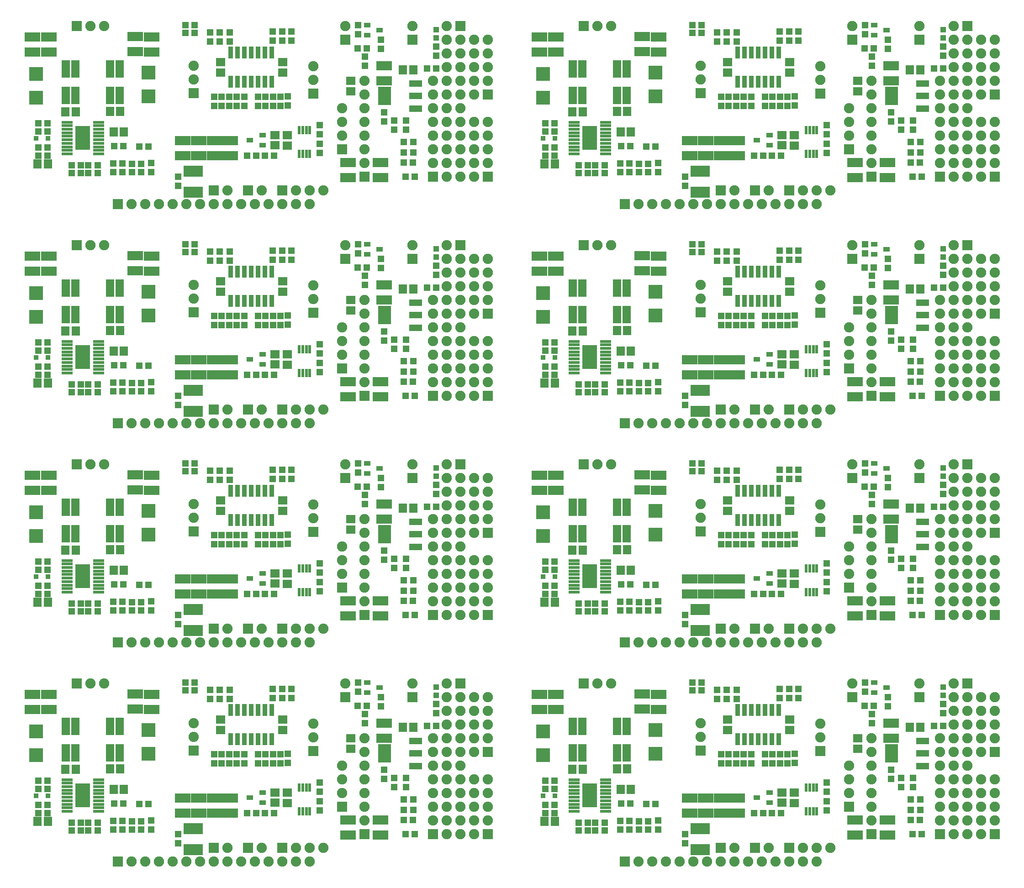
<source format=gbr>
G04 DipTrace 2.4.0.2*
%INTopMask.gbr*%
%MOIN*%
%ADD47R,0.0317X0.0868*%
%ADD49R,0.0238X0.0631*%
%ADD51R,0.0927X0.136*%
%ADD53R,0.0927X0.0454*%
%ADD55R,0.1065X0.1734*%
%ADD57R,0.0789X0.0238*%
%ADD59R,0.0631X0.1261*%
%ADD61R,0.0494X0.0336*%
%ADD63C,0.075*%
%ADD65R,0.075X0.075*%
%ADD67R,0.1419X0.0828*%
%ADD69R,0.0395X0.0395*%
%ADD71R,0.0317X0.0317*%
%ADD73R,0.1025X0.1025*%
%ADD75R,0.0474X0.0513*%
%ADD77R,0.0671X0.0592*%
%ADD79R,0.0592X0.0671*%
%ADD81R,0.1143X0.071*%
%ADD83R,0.0513X0.0474*%
%FSLAX44Y44*%
G04*
G70*
G90*
G75*
G01*
%LNTopMask*%
%LPD*%
D83*
X9803Y7233D3*
X10472D3*
D81*
X16690Y8491D3*
Y9594D3*
X17861Y8491D3*
Y9594D3*
X19019Y8497D3*
Y9600D3*
X20170Y8497D3*
Y9600D3*
D83*
X11632Y7275D3*
X12302D3*
D79*
X6848Y7903D3*
X6100D3*
D83*
X11614Y7917D3*
X12283D3*
D79*
X11647Y10220D3*
X12395D3*
D77*
X24330Y9235D3*
Y9983D3*
X23432Y9251D3*
Y9999D3*
D81*
X13206Y16086D3*
Y17189D3*
X14424Y16068D3*
Y17171D3*
D79*
X8126Y11702D3*
X8874D3*
X11378Y11720D3*
X12126D3*
D75*
X19538Y12129D3*
Y12798D3*
X19380Y16817D3*
Y17486D3*
D81*
X6926Y17161D3*
Y16058D3*
X5706Y17165D3*
Y16062D3*
D75*
X23809Y12129D3*
Y12798D3*
X23943Y16897D3*
Y17567D3*
D79*
X33507Y14767D3*
X32759D3*
D81*
X31378Y13942D3*
Y15044D3*
D75*
X32128Y11042D3*
Y10373D3*
D77*
X19447Y14566D3*
Y15314D3*
X23993Y14566D3*
Y15314D3*
D81*
X28753Y6878D3*
Y7980D3*
X31128Y6878D3*
Y7980D3*
D77*
X28940Y13190D3*
Y13938D3*
D73*
X5985Y14454D3*
Y12722D3*
X14177Y14539D3*
Y12807D3*
D71*
X6855Y9743D3*
X5988D3*
D69*
X35180Y17690D3*
Y17100D3*
D67*
X17464Y5810D3*
Y7346D3*
D65*
X36940Y17940D3*
D63*
X35940D3*
X36940Y16940D3*
X35940D3*
X36940Y15940D3*
X35940D3*
X36940Y14940D3*
X35940D3*
X36940Y13940D3*
X35940D3*
X36940Y12940D3*
X35940D3*
X36940Y11940D3*
X35940D3*
X36940Y10940D3*
X35940D3*
X36940Y9940D3*
X35940D3*
X36940Y8940D3*
X35940D3*
X36940Y7940D3*
X35940D3*
X36940Y6940D3*
X35940D3*
D65*
X21440Y5940D3*
D63*
X22440D3*
D65*
X38940Y6940D3*
D63*
X37940D3*
X38940Y7940D3*
X37940D3*
X38940Y8940D3*
X37940D3*
X38940Y9940D3*
X37940D3*
X38940Y10940D3*
X37940D3*
D65*
X38940Y12940D3*
D63*
X37940D3*
X38940Y13940D3*
X37940D3*
X38940Y14940D3*
X37940D3*
X38940Y15940D3*
X37940D3*
X38940Y16940D3*
X37940D3*
D65*
X8940Y17940D3*
D63*
X9940D3*
X10940D3*
D65*
X17489Y13040D3*
D63*
Y14040D3*
Y15040D3*
D65*
X26224Y13036D3*
D63*
Y14036D3*
Y15036D3*
D65*
X33440Y16940D3*
D63*
Y17940D3*
D65*
X28565Y16940D3*
D63*
Y17940D3*
D65*
X28318Y8941D3*
D63*
Y9941D3*
Y10941D3*
Y11941D3*
D65*
X34940Y6940D3*
D63*
Y7940D3*
Y8940D3*
Y9940D3*
Y10940D3*
Y11940D3*
Y12940D3*
Y13940D3*
D65*
X29940Y6940D3*
D63*
Y7940D3*
Y8940D3*
Y9940D3*
Y10940D3*
Y11940D3*
Y12940D3*
Y13940D3*
D65*
X18940Y5940D3*
D63*
X19940D3*
D65*
X23940D3*
D63*
X24940D3*
X25940D3*
X26940D3*
D65*
X11940Y4940D3*
D63*
X12940D3*
X13940D3*
X14940D3*
X15940D3*
X16940D3*
X17940D3*
X18940D3*
X19940D3*
X20940D3*
X21940D3*
X22940D3*
X23940D3*
X24940D3*
X25940D3*
D61*
X30141Y18035D3*
Y17287D3*
X31046Y17661D3*
D83*
X9249Y7797D3*
X8580D3*
X9245Y7233D3*
X8576D3*
X10473Y7802D3*
X9803D3*
D75*
X14396Y7950D3*
Y7281D3*
D83*
X13652Y7900D3*
X12982D3*
X13650Y7283D3*
X12980D3*
X6139Y8502D3*
X6808D3*
X11690Y9190D3*
X12359D3*
X6151Y9087D3*
X6820D3*
X14197Y9144D3*
X13528D3*
X6145Y10268D3*
X6814D3*
X6159Y10854D3*
X6828D3*
X22690Y8503D3*
X23359D3*
X22065D3*
X21396D3*
D75*
X26693Y10066D3*
Y10735D3*
Y8691D3*
Y9360D3*
X20101Y12129D3*
Y12798D3*
X21200Y12129D3*
Y12798D3*
X18976Y12804D3*
Y12135D3*
X20130Y17504D3*
Y16835D3*
X20636Y12129D3*
Y12798D3*
X18692Y16817D3*
Y17486D3*
X23278Y12129D3*
Y12798D3*
X22192Y12129D3*
Y12798D3*
X24348Y12808D3*
Y12139D3*
X23255Y17548D3*
Y16879D3*
X22736Y12129D3*
Y12798D3*
X24630Y16879D3*
Y17548D3*
X29999Y15064D3*
Y15733D3*
D83*
X29462Y16312D3*
X30131D3*
X34531Y14846D3*
X35200D3*
D75*
X33003Y10391D3*
Y11060D3*
X31378Y10998D3*
Y11667D3*
X29481Y18035D3*
Y17365D3*
D83*
X17562Y17444D3*
X16893D3*
Y18035D3*
X17562D3*
X32940Y6940D3*
X33609D3*
X33503Y8003D3*
X32833D3*
D75*
X16342Y6273D3*
Y6942D3*
D83*
X33507Y8714D3*
X32838D3*
X33507Y9472D3*
X32838D3*
D75*
X31165Y16273D3*
Y16942D3*
X35190Y15781D3*
Y16450D3*
D59*
X8155Y12894D3*
X8863D3*
Y14823D3*
X8155D3*
X11388Y12886D3*
X12097D3*
Y14815D3*
X11388D3*
D57*
X10546Y8625D3*
Y8881D3*
Y9137D3*
Y9393D3*
Y9649D3*
Y9905D3*
Y10160D3*
Y10416D3*
Y10672D3*
Y10928D3*
X8262D3*
Y10672D3*
Y10416D3*
Y10160D3*
Y9905D3*
Y9649D3*
Y9393D3*
Y9137D3*
Y8881D3*
Y8625D3*
D55*
X9404Y9777D3*
D53*
X33690Y11935D3*
Y12841D3*
Y13746D3*
D51*
X31407Y12841D3*
D49*
X25193Y8628D3*
X25449D3*
X25705D3*
X25961D3*
Y10360D3*
X25705D3*
X25449D3*
X25193D3*
D61*
X22505Y9253D3*
Y10001D3*
X21600Y9627D3*
D47*
X20192Y13879D3*
X20692D3*
X21192D3*
X21692D3*
X22192D3*
X22692D3*
X23192D3*
Y16005D3*
X22692D3*
X22192D3*
X21692D3*
X21192D3*
X20692D3*
X20192D3*
D83*
X46803Y7233D3*
X47472D3*
D81*
X53690Y8491D3*
Y9594D3*
X54861Y8491D3*
Y9594D3*
X56019Y8497D3*
Y9600D3*
X57170Y8497D3*
Y9600D3*
D83*
X48632Y7275D3*
X49302D3*
D79*
X43848Y7903D3*
X43100D3*
D83*
X48614Y7917D3*
X49283D3*
D79*
X48647Y10220D3*
X49395D3*
D77*
X61330Y9235D3*
Y9983D3*
X60432Y9251D3*
Y9999D3*
D81*
X50206Y16086D3*
Y17189D3*
X51424Y16068D3*
Y17171D3*
D79*
X45126Y11702D3*
X45874D3*
X48378Y11720D3*
X49126D3*
D75*
X56538Y12129D3*
Y12798D3*
X56380Y16817D3*
Y17486D3*
D81*
X43926Y17161D3*
Y16058D3*
X42706Y17165D3*
Y16062D3*
D75*
X60809Y12129D3*
Y12798D3*
X60943Y16897D3*
Y17567D3*
D79*
X70507Y14767D3*
X69759D3*
D81*
X68378Y13942D3*
Y15044D3*
D75*
X69128Y11042D3*
Y10373D3*
D77*
X56447Y14566D3*
Y15314D3*
X60993Y14566D3*
Y15314D3*
D81*
X65753Y6878D3*
Y7980D3*
X68128Y6878D3*
Y7980D3*
D77*
X65940Y13190D3*
Y13938D3*
D73*
X42985Y14454D3*
Y12722D3*
X51177Y14539D3*
Y12807D3*
D71*
X43855Y9743D3*
X42988D3*
D69*
X72180Y17690D3*
Y17100D3*
D67*
X54464Y5810D3*
Y7346D3*
D65*
X73940Y17940D3*
D63*
X72940D3*
X73940Y16940D3*
X72940D3*
X73940Y15940D3*
X72940D3*
X73940Y14940D3*
X72940D3*
X73940Y13940D3*
X72940D3*
X73940Y12940D3*
X72940D3*
X73940Y11940D3*
X72940D3*
X73940Y10940D3*
X72940D3*
X73940Y9940D3*
X72940D3*
X73940Y8940D3*
X72940D3*
X73940Y7940D3*
X72940D3*
X73940Y6940D3*
X72940D3*
D65*
X58440Y5940D3*
D63*
X59440D3*
D65*
X75940Y6940D3*
D63*
X74940D3*
X75940Y7940D3*
X74940D3*
X75940Y8940D3*
X74940D3*
X75940Y9940D3*
X74940D3*
X75940Y10940D3*
X74940D3*
D65*
X75940Y12940D3*
D63*
X74940D3*
X75940Y13940D3*
X74940D3*
X75940Y14940D3*
X74940D3*
X75940Y15940D3*
X74940D3*
X75940Y16940D3*
X74940D3*
D65*
X45940Y17940D3*
D63*
X46940D3*
X47940D3*
D65*
X54489Y13040D3*
D63*
Y14040D3*
Y15040D3*
D65*
X63224Y13036D3*
D63*
Y14036D3*
Y15036D3*
D65*
X70440Y16940D3*
D63*
Y17940D3*
D65*
X65565Y16940D3*
D63*
Y17940D3*
D65*
X65318Y8941D3*
D63*
Y9941D3*
Y10941D3*
Y11941D3*
D65*
X71940Y6940D3*
D63*
Y7940D3*
Y8940D3*
Y9940D3*
Y10940D3*
Y11940D3*
Y12940D3*
Y13940D3*
D65*
X66940Y6940D3*
D63*
Y7940D3*
Y8940D3*
Y9940D3*
Y10940D3*
Y11940D3*
Y12940D3*
Y13940D3*
D65*
X55940Y5940D3*
D63*
X56940D3*
D65*
X60940D3*
D63*
X61940D3*
X62940D3*
X63940D3*
D65*
X48940Y4940D3*
D63*
X49940D3*
X50940D3*
X51940D3*
X52940D3*
X53940D3*
X54940D3*
X55940D3*
X56940D3*
X57940D3*
X58940D3*
X59940D3*
X60940D3*
X61940D3*
X62940D3*
D61*
X67141Y18035D3*
Y17287D3*
X68046Y17661D3*
D83*
X46249Y7797D3*
X45580D3*
X46245Y7233D3*
X45576D3*
X47473Y7802D3*
X46803D3*
D75*
X51396Y7950D3*
Y7281D3*
D83*
X50652Y7900D3*
X49982D3*
X50650Y7283D3*
X49980D3*
X43139Y8502D3*
X43808D3*
X48690Y9190D3*
X49359D3*
X43151Y9087D3*
X43820D3*
X51197Y9144D3*
X50528D3*
X43145Y10268D3*
X43814D3*
X43159Y10854D3*
X43828D3*
X59690Y8503D3*
X60359D3*
X59065D3*
X58396D3*
D75*
X63693Y10066D3*
Y10735D3*
Y8691D3*
Y9360D3*
X57101Y12129D3*
Y12798D3*
X58200Y12129D3*
Y12798D3*
X55976Y12804D3*
Y12135D3*
X57130Y17504D3*
Y16835D3*
X57636Y12129D3*
Y12798D3*
X55692Y16817D3*
Y17486D3*
X60278Y12129D3*
Y12798D3*
X59192Y12129D3*
Y12798D3*
X61348Y12808D3*
Y12139D3*
X60255Y17548D3*
Y16879D3*
X59736Y12129D3*
Y12798D3*
X61630Y16879D3*
Y17548D3*
X66999Y15064D3*
Y15733D3*
D83*
X66462Y16312D3*
X67131D3*
X71531Y14846D3*
X72200D3*
D75*
X70003Y10391D3*
Y11060D3*
X68378Y10998D3*
Y11667D3*
X66481Y18035D3*
Y17365D3*
D83*
X54562Y17444D3*
X53893D3*
Y18035D3*
X54562D3*
X69940Y6940D3*
X70609D3*
X70503Y8003D3*
X69833D3*
D75*
X53342Y6273D3*
Y6942D3*
D83*
X70507Y8714D3*
X69838D3*
X70507Y9472D3*
X69838D3*
D75*
X68165Y16273D3*
Y16942D3*
X72190Y15781D3*
Y16450D3*
D59*
X45155Y12894D3*
X45863D3*
Y14823D3*
X45155D3*
X48388Y12886D3*
X49097D3*
Y14815D3*
X48388D3*
D57*
X47546Y8625D3*
Y8881D3*
Y9137D3*
Y9393D3*
Y9649D3*
Y9905D3*
Y10160D3*
Y10416D3*
Y10672D3*
Y10928D3*
X45262D3*
Y10672D3*
Y10416D3*
Y10160D3*
Y9905D3*
Y9649D3*
Y9393D3*
Y9137D3*
Y8881D3*
Y8625D3*
D55*
X46404Y9777D3*
D53*
X70690Y11935D3*
Y12841D3*
Y13746D3*
D51*
X68407Y12841D3*
D49*
X62193Y8628D3*
X62449D3*
X62705D3*
X62961D3*
Y10360D3*
X62705D3*
X62449D3*
X62193D3*
D61*
X59505Y9253D3*
Y10001D3*
X58600Y9627D3*
D47*
X57192Y13879D3*
X57692D3*
X58192D3*
X58692D3*
X59192D3*
X59692D3*
X60192D3*
Y16005D3*
X59692D3*
X59192D3*
X58692D3*
X58192D3*
X57692D3*
X57192D3*
D83*
X9803Y23233D3*
X10472D3*
D81*
X16690Y24491D3*
Y25594D3*
X17861Y24491D3*
Y25594D3*
X19019Y24497D3*
Y25600D3*
X20170Y24497D3*
Y25600D3*
D83*
X11632Y23275D3*
X12302D3*
D79*
X6848Y23903D3*
X6100D3*
D83*
X11614Y23917D3*
X12283D3*
D79*
X11647Y26220D3*
X12395D3*
D77*
X24330Y25235D3*
Y25983D3*
X23432Y25251D3*
Y25999D3*
D81*
X13206Y32086D3*
Y33189D3*
X14424Y32068D3*
Y33171D3*
D79*
X8126Y27702D3*
X8874D3*
X11378Y27720D3*
X12126D3*
D75*
X19538Y28129D3*
Y28798D3*
X19380Y32817D3*
Y33486D3*
D81*
X6926Y33161D3*
Y32058D3*
X5706Y33165D3*
Y32062D3*
D75*
X23809Y28129D3*
Y28798D3*
X23943Y32897D3*
Y33567D3*
D79*
X33507Y30767D3*
X32759D3*
D81*
X31378Y29942D3*
Y31044D3*
D75*
X32128Y27042D3*
Y26373D3*
D77*
X19447Y30566D3*
Y31314D3*
X23993Y30566D3*
Y31314D3*
D81*
X28753Y22878D3*
Y23980D3*
X31128Y22878D3*
Y23980D3*
D77*
X28940Y29190D3*
Y29938D3*
D73*
X5985Y30454D3*
Y28722D3*
X14177Y30539D3*
Y28807D3*
D71*
X6855Y25743D3*
X5988D3*
D69*
X35180Y33690D3*
Y33100D3*
D67*
X17464Y21810D3*
Y23346D3*
D65*
X36940Y33940D3*
D63*
X35940D3*
X36940Y32940D3*
X35940D3*
X36940Y31940D3*
X35940D3*
X36940Y30940D3*
X35940D3*
X36940Y29940D3*
X35940D3*
X36940Y28940D3*
X35940D3*
X36940Y27940D3*
X35940D3*
X36940Y26940D3*
X35940D3*
X36940Y25940D3*
X35940D3*
X36940Y24940D3*
X35940D3*
X36940Y23940D3*
X35940D3*
X36940Y22940D3*
X35940D3*
D65*
X21440Y21940D3*
D63*
X22440D3*
D65*
X38940Y22940D3*
D63*
X37940D3*
X38940Y23940D3*
X37940D3*
X38940Y24940D3*
X37940D3*
X38940Y25940D3*
X37940D3*
X38940Y26940D3*
X37940D3*
D65*
X38940Y28940D3*
D63*
X37940D3*
X38940Y29940D3*
X37940D3*
X38940Y30940D3*
X37940D3*
X38940Y31940D3*
X37940D3*
X38940Y32940D3*
X37940D3*
D65*
X8940Y33940D3*
D63*
X9940D3*
X10940D3*
D65*
X17489Y29040D3*
D63*
Y30040D3*
Y31040D3*
D65*
X26224Y29036D3*
D63*
Y30036D3*
Y31036D3*
D65*
X33440Y32940D3*
D63*
Y33940D3*
D65*
X28565Y32940D3*
D63*
Y33940D3*
D65*
X28318Y24941D3*
D63*
Y25941D3*
Y26941D3*
Y27941D3*
D65*
X34940Y22940D3*
D63*
Y23940D3*
Y24940D3*
Y25940D3*
Y26940D3*
Y27940D3*
Y28940D3*
Y29940D3*
D65*
X29940Y22940D3*
D63*
Y23940D3*
Y24940D3*
Y25940D3*
Y26940D3*
Y27940D3*
Y28940D3*
Y29940D3*
D65*
X18940Y21940D3*
D63*
X19940D3*
D65*
X23940D3*
D63*
X24940D3*
X25940D3*
X26940D3*
D65*
X11940Y20940D3*
D63*
X12940D3*
X13940D3*
X14940D3*
X15940D3*
X16940D3*
X17940D3*
X18940D3*
X19940D3*
X20940D3*
X21940D3*
X22940D3*
X23940D3*
X24940D3*
X25940D3*
D61*
X30141Y34035D3*
Y33287D3*
X31046Y33661D3*
D83*
X9249Y23797D3*
X8580D3*
X9245Y23233D3*
X8576D3*
X10473Y23802D3*
X9803D3*
D75*
X14396Y23950D3*
Y23281D3*
D83*
X13652Y23900D3*
X12982D3*
X13650Y23283D3*
X12980D3*
X6139Y24502D3*
X6808D3*
X11690Y25190D3*
X12359D3*
X6151Y25087D3*
X6820D3*
X14197Y25144D3*
X13528D3*
X6145Y26268D3*
X6814D3*
X6159Y26854D3*
X6828D3*
X22690Y24503D3*
X23359D3*
X22065D3*
X21396D3*
D75*
X26693Y26066D3*
Y26735D3*
Y24691D3*
Y25360D3*
X20101Y28129D3*
Y28798D3*
X21200Y28129D3*
Y28798D3*
X18976Y28804D3*
Y28135D3*
X20130Y33504D3*
Y32835D3*
X20636Y28129D3*
Y28798D3*
X18692Y32817D3*
Y33486D3*
X23278Y28129D3*
Y28798D3*
X22192Y28129D3*
Y28798D3*
X24348Y28808D3*
Y28139D3*
X23255Y33548D3*
Y32879D3*
X22736Y28129D3*
Y28798D3*
X24630Y32879D3*
Y33548D3*
X29999Y31064D3*
Y31733D3*
D83*
X29462Y32312D3*
X30131D3*
X34531Y30846D3*
X35200D3*
D75*
X33003Y26391D3*
Y27060D3*
X31378Y26998D3*
Y27667D3*
X29481Y34035D3*
Y33365D3*
D83*
X17562Y33444D3*
X16893D3*
Y34035D3*
X17562D3*
X32940Y22940D3*
X33609D3*
X33503Y24003D3*
X32833D3*
D75*
X16342Y22273D3*
Y22942D3*
D83*
X33507Y24714D3*
X32838D3*
X33507Y25472D3*
X32838D3*
D75*
X31165Y32273D3*
Y32942D3*
X35190Y31781D3*
Y32450D3*
D59*
X8155Y28894D3*
X8863D3*
Y30823D3*
X8155D3*
X11388Y28886D3*
X12097D3*
Y30815D3*
X11388D3*
D57*
X10546Y24625D3*
Y24881D3*
Y25137D3*
Y25393D3*
Y25649D3*
Y25905D3*
Y26160D3*
Y26416D3*
Y26672D3*
Y26928D3*
X8262D3*
Y26672D3*
Y26416D3*
Y26160D3*
Y25905D3*
Y25649D3*
Y25393D3*
Y25137D3*
Y24881D3*
Y24625D3*
D55*
X9404Y25777D3*
D53*
X33690Y27935D3*
Y28841D3*
Y29746D3*
D51*
X31407Y28841D3*
D49*
X25193Y24628D3*
X25449D3*
X25705D3*
X25961D3*
Y26360D3*
X25705D3*
X25449D3*
X25193D3*
D61*
X22505Y25253D3*
Y26001D3*
X21600Y25627D3*
D47*
X20192Y29879D3*
X20692D3*
X21192D3*
X21692D3*
X22192D3*
X22692D3*
X23192D3*
Y32005D3*
X22692D3*
X22192D3*
X21692D3*
X21192D3*
X20692D3*
X20192D3*
D83*
X46803Y23233D3*
X47472D3*
D81*
X53690Y24491D3*
Y25594D3*
X54861Y24491D3*
Y25594D3*
X56019Y24497D3*
Y25600D3*
X57170Y24497D3*
Y25600D3*
D83*
X48632Y23275D3*
X49302D3*
D79*
X43848Y23903D3*
X43100D3*
D83*
X48614Y23917D3*
X49283D3*
D79*
X48647Y26220D3*
X49395D3*
D77*
X61330Y25235D3*
Y25983D3*
X60432Y25251D3*
Y25999D3*
D81*
X50206Y32086D3*
Y33189D3*
X51424Y32068D3*
Y33171D3*
D79*
X45126Y27702D3*
X45874D3*
X48378Y27720D3*
X49126D3*
D75*
X56538Y28129D3*
Y28798D3*
X56380Y32817D3*
Y33486D3*
D81*
X43926Y33161D3*
Y32058D3*
X42706Y33165D3*
Y32062D3*
D75*
X60809Y28129D3*
Y28798D3*
X60943Y32897D3*
Y33567D3*
D79*
X70507Y30767D3*
X69759D3*
D81*
X68378Y29942D3*
Y31044D3*
D75*
X69128Y27042D3*
Y26373D3*
D77*
X56447Y30566D3*
Y31314D3*
X60993Y30566D3*
Y31314D3*
D81*
X65753Y22878D3*
Y23980D3*
X68128Y22878D3*
Y23980D3*
D77*
X65940Y29190D3*
Y29938D3*
D73*
X42985Y30454D3*
Y28722D3*
X51177Y30539D3*
Y28807D3*
D71*
X43855Y25743D3*
X42988D3*
D69*
X72180Y33690D3*
Y33100D3*
D67*
X54464Y21810D3*
Y23346D3*
D65*
X73940Y33940D3*
D63*
X72940D3*
X73940Y32940D3*
X72940D3*
X73940Y31940D3*
X72940D3*
X73940Y30940D3*
X72940D3*
X73940Y29940D3*
X72940D3*
X73940Y28940D3*
X72940D3*
X73940Y27940D3*
X72940D3*
X73940Y26940D3*
X72940D3*
X73940Y25940D3*
X72940D3*
X73940Y24940D3*
X72940D3*
X73940Y23940D3*
X72940D3*
X73940Y22940D3*
X72940D3*
D65*
X58440Y21940D3*
D63*
X59440D3*
D65*
X75940Y22940D3*
D63*
X74940D3*
X75940Y23940D3*
X74940D3*
X75940Y24940D3*
X74940D3*
X75940Y25940D3*
X74940D3*
X75940Y26940D3*
X74940D3*
D65*
X75940Y28940D3*
D63*
X74940D3*
X75940Y29940D3*
X74940D3*
X75940Y30940D3*
X74940D3*
X75940Y31940D3*
X74940D3*
X75940Y32940D3*
X74940D3*
D65*
X45940Y33940D3*
D63*
X46940D3*
X47940D3*
D65*
X54489Y29040D3*
D63*
Y30040D3*
Y31040D3*
D65*
X63224Y29036D3*
D63*
Y30036D3*
Y31036D3*
D65*
X70440Y32940D3*
D63*
Y33940D3*
D65*
X65565Y32940D3*
D63*
Y33940D3*
D65*
X65318Y24941D3*
D63*
Y25941D3*
Y26941D3*
Y27941D3*
D65*
X71940Y22940D3*
D63*
Y23940D3*
Y24940D3*
Y25940D3*
Y26940D3*
Y27940D3*
Y28940D3*
Y29940D3*
D65*
X66940Y22940D3*
D63*
Y23940D3*
Y24940D3*
Y25940D3*
Y26940D3*
Y27940D3*
Y28940D3*
Y29940D3*
D65*
X55940Y21940D3*
D63*
X56940D3*
D65*
X60940D3*
D63*
X61940D3*
X62940D3*
X63940D3*
D65*
X48940Y20940D3*
D63*
X49940D3*
X50940D3*
X51940D3*
X52940D3*
X53940D3*
X54940D3*
X55940D3*
X56940D3*
X57940D3*
X58940D3*
X59940D3*
X60940D3*
X61940D3*
X62940D3*
D61*
X67141Y34035D3*
Y33287D3*
X68046Y33661D3*
D83*
X46249Y23797D3*
X45580D3*
X46245Y23233D3*
X45576D3*
X47473Y23802D3*
X46803D3*
D75*
X51396Y23950D3*
Y23281D3*
D83*
X50652Y23900D3*
X49982D3*
X50650Y23283D3*
X49980D3*
X43139Y24502D3*
X43808D3*
X48690Y25190D3*
X49359D3*
X43151Y25087D3*
X43820D3*
X51197Y25144D3*
X50528D3*
X43145Y26268D3*
X43814D3*
X43159Y26854D3*
X43828D3*
X59690Y24503D3*
X60359D3*
X59065D3*
X58396D3*
D75*
X63693Y26066D3*
Y26735D3*
Y24691D3*
Y25360D3*
X57101Y28129D3*
Y28798D3*
X58200Y28129D3*
Y28798D3*
X55976Y28804D3*
Y28135D3*
X57130Y33504D3*
Y32835D3*
X57636Y28129D3*
Y28798D3*
X55692Y32817D3*
Y33486D3*
X60278Y28129D3*
Y28798D3*
X59192Y28129D3*
Y28798D3*
X61348Y28808D3*
Y28139D3*
X60255Y33548D3*
Y32879D3*
X59736Y28129D3*
Y28798D3*
X61630Y32879D3*
Y33548D3*
X66999Y31064D3*
Y31733D3*
D83*
X66462Y32312D3*
X67131D3*
X71531Y30846D3*
X72200D3*
D75*
X70003Y26391D3*
Y27060D3*
X68378Y26998D3*
Y27667D3*
X66481Y34035D3*
Y33365D3*
D83*
X54562Y33444D3*
X53893D3*
Y34035D3*
X54562D3*
X69940Y22940D3*
X70609D3*
X70503Y24003D3*
X69833D3*
D75*
X53342Y22273D3*
Y22942D3*
D83*
X70507Y24714D3*
X69838D3*
X70507Y25472D3*
X69838D3*
D75*
X68165Y32273D3*
Y32942D3*
X72190Y31781D3*
Y32450D3*
D59*
X45155Y28894D3*
X45863D3*
Y30823D3*
X45155D3*
X48388Y28886D3*
X49097D3*
Y30815D3*
X48388D3*
D57*
X47546Y24625D3*
Y24881D3*
Y25137D3*
Y25393D3*
Y25649D3*
Y25905D3*
Y26160D3*
Y26416D3*
Y26672D3*
Y26928D3*
X45262D3*
Y26672D3*
Y26416D3*
Y26160D3*
Y25905D3*
Y25649D3*
Y25393D3*
Y25137D3*
Y24881D3*
Y24625D3*
D55*
X46404Y25777D3*
D53*
X70690Y27935D3*
Y28841D3*
Y29746D3*
D51*
X68407Y28841D3*
D49*
X62193Y24628D3*
X62449D3*
X62705D3*
X62961D3*
Y26360D3*
X62705D3*
X62449D3*
X62193D3*
D61*
X59505Y25253D3*
Y26001D3*
X58600Y25627D3*
D47*
X57192Y29879D3*
X57692D3*
X58192D3*
X58692D3*
X59192D3*
X59692D3*
X60192D3*
Y32005D3*
X59692D3*
X59192D3*
X58692D3*
X58192D3*
X57692D3*
X57192D3*
D83*
X9803Y39233D3*
X10472D3*
D81*
X16690Y40491D3*
Y41594D3*
X17861Y40491D3*
Y41594D3*
X19019Y40497D3*
Y41600D3*
X20170Y40497D3*
Y41600D3*
D83*
X11632Y39275D3*
X12302D3*
D79*
X6848Y39903D3*
X6100D3*
D83*
X11614Y39917D3*
X12283D3*
D79*
X11647Y42220D3*
X12395D3*
D77*
X24330Y41235D3*
Y41983D3*
X23432Y41251D3*
Y41999D3*
D81*
X13206Y48086D3*
Y49189D3*
X14424Y48068D3*
Y49171D3*
D79*
X8126Y43702D3*
X8874D3*
X11378Y43720D3*
X12126D3*
D75*
X19538Y44129D3*
Y44798D3*
X19380Y48817D3*
Y49486D3*
D81*
X6926Y49161D3*
Y48058D3*
X5706Y49165D3*
Y48062D3*
D75*
X23809Y44129D3*
Y44798D3*
X23943Y48897D3*
Y49567D3*
D79*
X33507Y46767D3*
X32759D3*
D81*
X31378Y45942D3*
Y47044D3*
D75*
X32128Y43042D3*
Y42373D3*
D77*
X19447Y46566D3*
Y47314D3*
X23993Y46566D3*
Y47314D3*
D81*
X28753Y38878D3*
Y39980D3*
X31128Y38878D3*
Y39980D3*
D77*
X28940Y45190D3*
Y45938D3*
D73*
X5985Y46454D3*
Y44722D3*
X14177Y46539D3*
Y44807D3*
D71*
X6855Y41743D3*
X5988D3*
D69*
X35180Y49690D3*
Y49100D3*
D67*
X17464Y37810D3*
Y39346D3*
D65*
X36940Y49940D3*
D63*
X35940D3*
X36940Y48940D3*
X35940D3*
X36940Y47940D3*
X35940D3*
X36940Y46940D3*
X35940D3*
X36940Y45940D3*
X35940D3*
X36940Y44940D3*
X35940D3*
X36940Y43940D3*
X35940D3*
X36940Y42940D3*
X35940D3*
X36940Y41940D3*
X35940D3*
X36940Y40940D3*
X35940D3*
X36940Y39940D3*
X35940D3*
X36940Y38940D3*
X35940D3*
D65*
X21440Y37940D3*
D63*
X22440D3*
D65*
X38940Y38940D3*
D63*
X37940D3*
X38940Y39940D3*
X37940D3*
X38940Y40940D3*
X37940D3*
X38940Y41940D3*
X37940D3*
X38940Y42940D3*
X37940D3*
D65*
X38940Y44940D3*
D63*
X37940D3*
X38940Y45940D3*
X37940D3*
X38940Y46940D3*
X37940D3*
X38940Y47940D3*
X37940D3*
X38940Y48940D3*
X37940D3*
D65*
X8940Y49940D3*
D63*
X9940D3*
X10940D3*
D65*
X17489Y45040D3*
D63*
Y46040D3*
Y47040D3*
D65*
X26224Y45036D3*
D63*
Y46036D3*
Y47036D3*
D65*
X33440Y48940D3*
D63*
Y49940D3*
D65*
X28565Y48940D3*
D63*
Y49940D3*
D65*
X28318Y40941D3*
D63*
Y41941D3*
Y42941D3*
Y43941D3*
D65*
X34940Y38940D3*
D63*
Y39940D3*
Y40940D3*
Y41940D3*
Y42940D3*
Y43940D3*
Y44940D3*
Y45940D3*
D65*
X29940Y38940D3*
D63*
Y39940D3*
Y40940D3*
Y41940D3*
Y42940D3*
Y43940D3*
Y44940D3*
Y45940D3*
D65*
X18940Y37940D3*
D63*
X19940D3*
D65*
X23940D3*
D63*
X24940D3*
X25940D3*
X26940D3*
D65*
X11940Y36940D3*
D63*
X12940D3*
X13940D3*
X14940D3*
X15940D3*
X16940D3*
X17940D3*
X18940D3*
X19940D3*
X20940D3*
X21940D3*
X22940D3*
X23940D3*
X24940D3*
X25940D3*
D61*
X30141Y50035D3*
Y49287D3*
X31046Y49661D3*
D83*
X9249Y39797D3*
X8580D3*
X9245Y39233D3*
X8576D3*
X10473Y39802D3*
X9803D3*
D75*
X14396Y39950D3*
Y39281D3*
D83*
X13652Y39900D3*
X12982D3*
X13650Y39283D3*
X12980D3*
X6139Y40502D3*
X6808D3*
X11690Y41190D3*
X12359D3*
X6151Y41087D3*
X6820D3*
X14197Y41144D3*
X13528D3*
X6145Y42268D3*
X6814D3*
X6159Y42854D3*
X6828D3*
X22690Y40503D3*
X23359D3*
X22065D3*
X21396D3*
D75*
X26693Y42066D3*
Y42735D3*
Y40691D3*
Y41360D3*
X20101Y44129D3*
Y44798D3*
X21200Y44129D3*
Y44798D3*
X18976Y44804D3*
Y44135D3*
X20130Y49504D3*
Y48835D3*
X20636Y44129D3*
Y44798D3*
X18692Y48817D3*
Y49486D3*
X23278Y44129D3*
Y44798D3*
X22192Y44129D3*
Y44798D3*
X24348Y44808D3*
Y44139D3*
X23255Y49548D3*
Y48879D3*
X22736Y44129D3*
Y44798D3*
X24630Y48879D3*
Y49548D3*
X29999Y47064D3*
Y47733D3*
D83*
X29462Y48312D3*
X30131D3*
X34531Y46846D3*
X35200D3*
D75*
X33003Y42391D3*
Y43060D3*
X31378Y42998D3*
Y43667D3*
X29481Y50035D3*
Y49365D3*
D83*
X17562Y49444D3*
X16893D3*
Y50035D3*
X17562D3*
X32940Y38940D3*
X33609D3*
X33503Y40003D3*
X32833D3*
D75*
X16342Y38273D3*
Y38942D3*
D83*
X33507Y40714D3*
X32838D3*
X33507Y41472D3*
X32838D3*
D75*
X31165Y48273D3*
Y48942D3*
X35190Y47781D3*
Y48450D3*
D59*
X8155Y44894D3*
X8863D3*
Y46823D3*
X8155D3*
X11388Y44886D3*
X12097D3*
Y46815D3*
X11388D3*
D57*
X10546Y40625D3*
Y40881D3*
Y41137D3*
Y41393D3*
Y41649D3*
Y41905D3*
Y42160D3*
Y42416D3*
Y42672D3*
Y42928D3*
X8262D3*
Y42672D3*
Y42416D3*
Y42160D3*
Y41905D3*
Y41649D3*
Y41393D3*
Y41137D3*
Y40881D3*
Y40625D3*
D55*
X9404Y41777D3*
D53*
X33690Y43935D3*
Y44841D3*
Y45746D3*
D51*
X31407Y44841D3*
D49*
X25193Y40628D3*
X25449D3*
X25705D3*
X25961D3*
Y42360D3*
X25705D3*
X25449D3*
X25193D3*
D61*
X22505Y41253D3*
Y42001D3*
X21600Y41627D3*
D47*
X20192Y45879D3*
X20692D3*
X21192D3*
X21692D3*
X22192D3*
X22692D3*
X23192D3*
Y48005D3*
X22692D3*
X22192D3*
X21692D3*
X21192D3*
X20692D3*
X20192D3*
D83*
X46803Y39233D3*
X47472D3*
D81*
X53690Y40491D3*
Y41594D3*
X54861Y40491D3*
Y41594D3*
X56019Y40497D3*
Y41600D3*
X57170Y40497D3*
Y41600D3*
D83*
X48632Y39275D3*
X49302D3*
D79*
X43848Y39903D3*
X43100D3*
D83*
X48614Y39917D3*
X49283D3*
D79*
X48647Y42220D3*
X49395D3*
D77*
X61330Y41235D3*
Y41983D3*
X60432Y41251D3*
Y41999D3*
D81*
X50206Y48086D3*
Y49189D3*
X51424Y48068D3*
Y49171D3*
D79*
X45126Y43702D3*
X45874D3*
X48378Y43720D3*
X49126D3*
D75*
X56538Y44129D3*
Y44798D3*
X56380Y48817D3*
Y49486D3*
D81*
X43926Y49161D3*
Y48058D3*
X42706Y49165D3*
Y48062D3*
D75*
X60809Y44129D3*
Y44798D3*
X60943Y48897D3*
Y49567D3*
D79*
X70507Y46767D3*
X69759D3*
D81*
X68378Y45942D3*
Y47044D3*
D75*
X69128Y43042D3*
Y42373D3*
D77*
X56447Y46566D3*
Y47314D3*
X60993Y46566D3*
Y47314D3*
D81*
X65753Y38878D3*
Y39980D3*
X68128Y38878D3*
Y39980D3*
D77*
X65940Y45190D3*
Y45938D3*
D73*
X42985Y46454D3*
Y44722D3*
X51177Y46539D3*
Y44807D3*
D71*
X43855Y41743D3*
X42988D3*
D69*
X72180Y49690D3*
Y49100D3*
D67*
X54464Y37810D3*
Y39346D3*
D65*
X73940Y49940D3*
D63*
X72940D3*
X73940Y48940D3*
X72940D3*
X73940Y47940D3*
X72940D3*
X73940Y46940D3*
X72940D3*
X73940Y45940D3*
X72940D3*
X73940Y44940D3*
X72940D3*
X73940Y43940D3*
X72940D3*
X73940Y42940D3*
X72940D3*
X73940Y41940D3*
X72940D3*
X73940Y40940D3*
X72940D3*
X73940Y39940D3*
X72940D3*
X73940Y38940D3*
X72940D3*
D65*
X58440Y37940D3*
D63*
X59440D3*
D65*
X75940Y38940D3*
D63*
X74940D3*
X75940Y39940D3*
X74940D3*
X75940Y40940D3*
X74940D3*
X75940Y41940D3*
X74940D3*
X75940Y42940D3*
X74940D3*
D65*
X75940Y44940D3*
D63*
X74940D3*
X75940Y45940D3*
X74940D3*
X75940Y46940D3*
X74940D3*
X75940Y47940D3*
X74940D3*
X75940Y48940D3*
X74940D3*
D65*
X45940Y49940D3*
D63*
X46940D3*
X47940D3*
D65*
X54489Y45040D3*
D63*
Y46040D3*
Y47040D3*
D65*
X63224Y45036D3*
D63*
Y46036D3*
Y47036D3*
D65*
X70440Y48940D3*
D63*
Y49940D3*
D65*
X65565Y48940D3*
D63*
Y49940D3*
D65*
X65318Y40941D3*
D63*
Y41941D3*
Y42941D3*
Y43941D3*
D65*
X71940Y38940D3*
D63*
Y39940D3*
Y40940D3*
Y41940D3*
Y42940D3*
Y43940D3*
Y44940D3*
Y45940D3*
D65*
X66940Y38940D3*
D63*
Y39940D3*
Y40940D3*
Y41940D3*
Y42940D3*
Y43940D3*
Y44940D3*
Y45940D3*
D65*
X55940Y37940D3*
D63*
X56940D3*
D65*
X60940D3*
D63*
X61940D3*
X62940D3*
X63940D3*
D65*
X48940Y36940D3*
D63*
X49940D3*
X50940D3*
X51940D3*
X52940D3*
X53940D3*
X54940D3*
X55940D3*
X56940D3*
X57940D3*
X58940D3*
X59940D3*
X60940D3*
X61940D3*
X62940D3*
D61*
X67141Y50035D3*
Y49287D3*
X68046Y49661D3*
D83*
X46249Y39797D3*
X45580D3*
X46245Y39233D3*
X45576D3*
X47473Y39802D3*
X46803D3*
D75*
X51396Y39950D3*
Y39281D3*
D83*
X50652Y39900D3*
X49982D3*
X50650Y39283D3*
X49980D3*
X43139Y40502D3*
X43808D3*
X48690Y41190D3*
X49359D3*
X43151Y41087D3*
X43820D3*
X51197Y41144D3*
X50528D3*
X43145Y42268D3*
X43814D3*
X43159Y42854D3*
X43828D3*
X59690Y40503D3*
X60359D3*
X59065D3*
X58396D3*
D75*
X63693Y42066D3*
Y42735D3*
Y40691D3*
Y41360D3*
X57101Y44129D3*
Y44798D3*
X58200Y44129D3*
Y44798D3*
X55976Y44804D3*
Y44135D3*
X57130Y49504D3*
Y48835D3*
X57636Y44129D3*
Y44798D3*
X55692Y48817D3*
Y49486D3*
X60278Y44129D3*
Y44798D3*
X59192Y44129D3*
Y44798D3*
X61348Y44808D3*
Y44139D3*
X60255Y49548D3*
Y48879D3*
X59736Y44129D3*
Y44798D3*
X61630Y48879D3*
Y49548D3*
X66999Y47064D3*
Y47733D3*
D83*
X66462Y48312D3*
X67131D3*
X71531Y46846D3*
X72200D3*
D75*
X70003Y42391D3*
Y43060D3*
X68378Y42998D3*
Y43667D3*
X66481Y50035D3*
Y49365D3*
D83*
X54562Y49444D3*
X53893D3*
Y50035D3*
X54562D3*
X69940Y38940D3*
X70609D3*
X70503Y40003D3*
X69833D3*
D75*
X53342Y38273D3*
Y38942D3*
D83*
X70507Y40714D3*
X69838D3*
X70507Y41472D3*
X69838D3*
D75*
X68165Y48273D3*
Y48942D3*
X72190Y47781D3*
Y48450D3*
D59*
X45155Y44894D3*
X45863D3*
Y46823D3*
X45155D3*
X48388Y44886D3*
X49097D3*
Y46815D3*
X48388D3*
D57*
X47546Y40625D3*
Y40881D3*
Y41137D3*
Y41393D3*
Y41649D3*
Y41905D3*
Y42160D3*
Y42416D3*
Y42672D3*
Y42928D3*
X45262D3*
Y42672D3*
Y42416D3*
Y42160D3*
Y41905D3*
Y41649D3*
Y41393D3*
Y41137D3*
Y40881D3*
Y40625D3*
D55*
X46404Y41777D3*
D53*
X70690Y43935D3*
Y44841D3*
Y45746D3*
D51*
X68407Y44841D3*
D49*
X62193Y40628D3*
X62449D3*
X62705D3*
X62961D3*
Y42360D3*
X62705D3*
X62449D3*
X62193D3*
D61*
X59505Y41253D3*
Y42001D3*
X58600Y41627D3*
D47*
X57192Y45879D3*
X57692D3*
X58192D3*
X58692D3*
X59192D3*
X59692D3*
X60192D3*
Y48005D3*
X59692D3*
X59192D3*
X58692D3*
X58192D3*
X57692D3*
X57192D3*
D83*
X9803Y55233D3*
X10472D3*
D81*
X16690Y56491D3*
Y57594D3*
X17861Y56491D3*
Y57594D3*
X19019Y56497D3*
Y57600D3*
X20170Y56497D3*
Y57600D3*
D83*
X11632Y55275D3*
X12302D3*
D79*
X6848Y55903D3*
X6100D3*
D83*
X11614Y55917D3*
X12283D3*
D79*
X11647Y58220D3*
X12395D3*
D77*
X24330Y57235D3*
Y57983D3*
X23432Y57251D3*
Y57999D3*
D81*
X13206Y64086D3*
Y65189D3*
X14424Y64068D3*
Y65171D3*
D79*
X8126Y59702D3*
X8874D3*
X11378Y59720D3*
X12126D3*
D75*
X19538Y60129D3*
Y60798D3*
X19380Y64817D3*
Y65486D3*
D81*
X6926Y65161D3*
Y64058D3*
X5706Y65165D3*
Y64062D3*
D75*
X23809Y60129D3*
Y60798D3*
X23943Y64897D3*
Y65567D3*
D79*
X33507Y62767D3*
X32759D3*
D81*
X31378Y61942D3*
Y63044D3*
D75*
X32128Y59042D3*
Y58373D3*
D77*
X19447Y62566D3*
Y63314D3*
X23993Y62566D3*
Y63314D3*
D81*
X28753Y54878D3*
Y55980D3*
X31128Y54878D3*
Y55980D3*
D77*
X28940Y61190D3*
Y61938D3*
D73*
X5985Y62454D3*
Y60722D3*
X14177Y62539D3*
Y60807D3*
D71*
X6855Y57743D3*
X5988D3*
D69*
X35180Y65690D3*
Y65100D3*
D67*
X17464Y53810D3*
Y55346D3*
D65*
X36940Y65940D3*
D63*
X35940D3*
X36940Y64940D3*
X35940D3*
X36940Y63940D3*
X35940D3*
X36940Y62940D3*
X35940D3*
X36940Y61940D3*
X35940D3*
X36940Y60940D3*
X35940D3*
X36940Y59940D3*
X35940D3*
X36940Y58940D3*
X35940D3*
X36940Y57940D3*
X35940D3*
X36940Y56940D3*
X35940D3*
X36940Y55940D3*
X35940D3*
X36940Y54940D3*
X35940D3*
D65*
X21440Y53940D3*
D63*
X22440D3*
D65*
X38940Y54940D3*
D63*
X37940D3*
X38940Y55940D3*
X37940D3*
X38940Y56940D3*
X37940D3*
X38940Y57940D3*
X37940D3*
X38940Y58940D3*
X37940D3*
D65*
X38940Y60940D3*
D63*
X37940D3*
X38940Y61940D3*
X37940D3*
X38940Y62940D3*
X37940D3*
X38940Y63940D3*
X37940D3*
X38940Y64940D3*
X37940D3*
D65*
X8940Y65940D3*
D63*
X9940D3*
X10940D3*
D65*
X17489Y61040D3*
D63*
Y62040D3*
Y63040D3*
D65*
X26224Y61036D3*
D63*
Y62036D3*
Y63036D3*
D65*
X33440Y64940D3*
D63*
Y65940D3*
D65*
X28565Y64940D3*
D63*
Y65940D3*
D65*
X28318Y56941D3*
D63*
Y57941D3*
Y58941D3*
Y59941D3*
D65*
X34940Y54940D3*
D63*
Y55940D3*
Y56940D3*
Y57940D3*
Y58940D3*
Y59940D3*
Y60940D3*
Y61940D3*
D65*
X29940Y54940D3*
D63*
Y55940D3*
Y56940D3*
Y57940D3*
Y58940D3*
Y59940D3*
Y60940D3*
Y61940D3*
D65*
X18940Y53940D3*
D63*
X19940D3*
D65*
X23940D3*
D63*
X24940D3*
X25940D3*
X26940D3*
D65*
X11940Y52940D3*
D63*
X12940D3*
X13940D3*
X14940D3*
X15940D3*
X16940D3*
X17940D3*
X18940D3*
X19940D3*
X20940D3*
X21940D3*
X22940D3*
X23940D3*
X24940D3*
X25940D3*
D61*
X30141Y66035D3*
Y65287D3*
X31046Y65661D3*
D83*
X9249Y55797D3*
X8580D3*
X9245Y55233D3*
X8576D3*
X10473Y55802D3*
X9803D3*
D75*
X14396Y55950D3*
Y55281D3*
D83*
X13652Y55900D3*
X12982D3*
X13650Y55283D3*
X12980D3*
X6139Y56502D3*
X6808D3*
X11690Y57190D3*
X12359D3*
X6151Y57087D3*
X6820D3*
X14197Y57144D3*
X13528D3*
X6145Y58268D3*
X6814D3*
X6159Y58854D3*
X6828D3*
X22690Y56503D3*
X23359D3*
X22065D3*
X21396D3*
D75*
X26693Y58066D3*
Y58735D3*
Y56691D3*
Y57360D3*
X20101Y60129D3*
Y60798D3*
X21200Y60129D3*
Y60798D3*
X18976Y60804D3*
Y60135D3*
X20130Y65504D3*
Y64835D3*
X20636Y60129D3*
Y60798D3*
X18692Y64817D3*
Y65486D3*
X23278Y60129D3*
Y60798D3*
X22192Y60129D3*
Y60798D3*
X24348Y60808D3*
Y60139D3*
X23255Y65548D3*
Y64879D3*
X22736Y60129D3*
Y60798D3*
X24630Y64879D3*
Y65548D3*
X29999Y63064D3*
Y63733D3*
D83*
X29462Y64312D3*
X30131D3*
X34531Y62846D3*
X35200D3*
D75*
X33003Y58391D3*
Y59060D3*
X31378Y58998D3*
Y59667D3*
X29481Y66035D3*
Y65365D3*
D83*
X17562Y65444D3*
X16893D3*
Y66035D3*
X17562D3*
X32940Y54940D3*
X33609D3*
X33503Y56003D3*
X32833D3*
D75*
X16342Y54273D3*
Y54942D3*
D83*
X33507Y56714D3*
X32838D3*
X33507Y57472D3*
X32838D3*
D75*
X31165Y64273D3*
Y64942D3*
X35190Y63781D3*
Y64450D3*
D59*
X8155Y60894D3*
X8863D3*
Y62823D3*
X8155D3*
X11388Y60886D3*
X12097D3*
Y62815D3*
X11388D3*
D57*
X10546Y56625D3*
Y56881D3*
Y57137D3*
Y57393D3*
Y57649D3*
Y57905D3*
Y58160D3*
Y58416D3*
Y58672D3*
Y58928D3*
X8262D3*
Y58672D3*
Y58416D3*
Y58160D3*
Y57905D3*
Y57649D3*
Y57393D3*
Y57137D3*
Y56881D3*
Y56625D3*
D55*
X9404Y57777D3*
D53*
X33690Y59935D3*
Y60841D3*
Y61746D3*
D51*
X31407Y60841D3*
D49*
X25193Y56628D3*
X25449D3*
X25705D3*
X25961D3*
Y58360D3*
X25705D3*
X25449D3*
X25193D3*
D61*
X22505Y57253D3*
Y58001D3*
X21600Y57627D3*
D47*
X20192Y61879D3*
X20692D3*
X21192D3*
X21692D3*
X22192D3*
X22692D3*
X23192D3*
Y64005D3*
X22692D3*
X22192D3*
X21692D3*
X21192D3*
X20692D3*
X20192D3*
D83*
X46803Y55233D3*
X47472D3*
D81*
X53690Y56491D3*
Y57594D3*
X54861Y56491D3*
Y57594D3*
X56019Y56497D3*
Y57600D3*
X57170Y56497D3*
Y57600D3*
D83*
X48632Y55275D3*
X49302D3*
D79*
X43848Y55903D3*
X43100D3*
D83*
X48614Y55917D3*
X49283D3*
D79*
X48647Y58220D3*
X49395D3*
D77*
X61330Y57235D3*
Y57983D3*
X60432Y57251D3*
Y57999D3*
D81*
X50206Y64086D3*
Y65189D3*
X51424Y64068D3*
Y65171D3*
D79*
X45126Y59702D3*
X45874D3*
X48378Y59720D3*
X49126D3*
D75*
X56538Y60129D3*
Y60798D3*
X56380Y64817D3*
Y65486D3*
D81*
X43926Y65161D3*
Y64058D3*
X42706Y65165D3*
Y64062D3*
D75*
X60809Y60129D3*
Y60798D3*
X60943Y64897D3*
Y65567D3*
D79*
X70507Y62767D3*
X69759D3*
D81*
X68378Y61942D3*
Y63044D3*
D75*
X69128Y59042D3*
Y58373D3*
D77*
X56447Y62566D3*
Y63314D3*
X60993Y62566D3*
Y63314D3*
D81*
X65753Y54878D3*
Y55980D3*
X68128Y54878D3*
Y55980D3*
D77*
X65940Y61190D3*
Y61938D3*
D73*
X42985Y62454D3*
Y60722D3*
X51177Y62539D3*
Y60807D3*
D71*
X43855Y57743D3*
X42988D3*
D69*
X72180Y65690D3*
Y65100D3*
D67*
X54464Y53810D3*
Y55346D3*
D65*
X73940Y65940D3*
D63*
X72940D3*
X73940Y64940D3*
X72940D3*
X73940Y63940D3*
X72940D3*
X73940Y62940D3*
X72940D3*
X73940Y61940D3*
X72940D3*
X73940Y60940D3*
X72940D3*
X73940Y59940D3*
X72940D3*
X73940Y58940D3*
X72940D3*
X73940Y57940D3*
X72940D3*
X73940Y56940D3*
X72940D3*
X73940Y55940D3*
X72940D3*
X73940Y54940D3*
X72940D3*
D65*
X58440Y53940D3*
D63*
X59440D3*
D65*
X75940Y54940D3*
D63*
X74940D3*
X75940Y55940D3*
X74940D3*
X75940Y56940D3*
X74940D3*
X75940Y57940D3*
X74940D3*
X75940Y58940D3*
X74940D3*
D65*
X75940Y60940D3*
D63*
X74940D3*
X75940Y61940D3*
X74940D3*
X75940Y62940D3*
X74940D3*
X75940Y63940D3*
X74940D3*
X75940Y64940D3*
X74940D3*
D65*
X45940Y65940D3*
D63*
X46940D3*
X47940D3*
D65*
X54489Y61040D3*
D63*
Y62040D3*
Y63040D3*
D65*
X63224Y61036D3*
D63*
Y62036D3*
Y63036D3*
D65*
X70440Y64940D3*
D63*
Y65940D3*
D65*
X65565Y64940D3*
D63*
Y65940D3*
D65*
X65318Y56941D3*
D63*
Y57941D3*
Y58941D3*
Y59941D3*
D65*
X71940Y54940D3*
D63*
Y55940D3*
Y56940D3*
Y57940D3*
Y58940D3*
Y59940D3*
Y60940D3*
Y61940D3*
D65*
X66940Y54940D3*
D63*
Y55940D3*
Y56940D3*
Y57940D3*
Y58940D3*
Y59940D3*
Y60940D3*
Y61940D3*
D65*
X55940Y53940D3*
D63*
X56940D3*
D65*
X60940D3*
D63*
X61940D3*
X62940D3*
X63940D3*
D65*
X48940Y52940D3*
D63*
X49940D3*
X50940D3*
X51940D3*
X52940D3*
X53940D3*
X54940D3*
X55940D3*
X56940D3*
X57940D3*
X58940D3*
X59940D3*
X60940D3*
X61940D3*
X62940D3*
D61*
X67141Y66035D3*
Y65287D3*
X68046Y65661D3*
D83*
X46249Y55797D3*
X45580D3*
X46245Y55233D3*
X45576D3*
X47473Y55802D3*
X46803D3*
D75*
X51396Y55950D3*
Y55281D3*
D83*
X50652Y55900D3*
X49982D3*
X50650Y55283D3*
X49980D3*
X43139Y56502D3*
X43808D3*
X48690Y57190D3*
X49359D3*
X43151Y57087D3*
X43820D3*
X51197Y57144D3*
X50528D3*
X43145Y58268D3*
X43814D3*
X43159Y58854D3*
X43828D3*
X59690Y56503D3*
X60359D3*
X59065D3*
X58396D3*
D75*
X63693Y58066D3*
Y58735D3*
Y56691D3*
Y57360D3*
X57101Y60129D3*
Y60798D3*
X58200Y60129D3*
Y60798D3*
X55976Y60804D3*
Y60135D3*
X57130Y65504D3*
Y64835D3*
X57636Y60129D3*
Y60798D3*
X55692Y64817D3*
Y65486D3*
X60278Y60129D3*
Y60798D3*
X59192Y60129D3*
Y60798D3*
X61348Y60808D3*
Y60139D3*
X60255Y65548D3*
Y64879D3*
X59736Y60129D3*
Y60798D3*
X61630Y64879D3*
Y65548D3*
X66999Y63064D3*
Y63733D3*
D83*
X66462Y64312D3*
X67131D3*
X71531Y62846D3*
X72200D3*
D75*
X70003Y58391D3*
Y59060D3*
X68378Y58998D3*
Y59667D3*
X66481Y66035D3*
Y65365D3*
D83*
X54562Y65444D3*
X53893D3*
Y66035D3*
X54562D3*
X69940Y54940D3*
X70609D3*
X70503Y56003D3*
X69833D3*
D75*
X53342Y54273D3*
Y54942D3*
D83*
X70507Y56714D3*
X69838D3*
X70507Y57472D3*
X69838D3*
D75*
X68165Y64273D3*
Y64942D3*
X72190Y63781D3*
Y64450D3*
D59*
X45155Y60894D3*
X45863D3*
Y62823D3*
X45155D3*
X48388Y60886D3*
X49097D3*
Y62815D3*
X48388D3*
D57*
X47546Y56625D3*
Y56881D3*
Y57137D3*
Y57393D3*
Y57649D3*
Y57905D3*
Y58160D3*
Y58416D3*
Y58672D3*
Y58928D3*
X45262D3*
Y58672D3*
Y58416D3*
Y58160D3*
Y57905D3*
Y57649D3*
Y57393D3*
Y57137D3*
Y56881D3*
Y56625D3*
D55*
X46404Y57777D3*
D53*
X70690Y59935D3*
Y60841D3*
Y61746D3*
D51*
X68407Y60841D3*
D49*
X62193Y56628D3*
X62449D3*
X62705D3*
X62961D3*
Y58360D3*
X62705D3*
X62449D3*
X62193D3*
D61*
X59505Y57253D3*
Y58001D3*
X58600Y57627D3*
D47*
X57192Y61879D3*
X57692D3*
X58192D3*
X58692D3*
X59192D3*
X59692D3*
X60192D3*
Y64005D3*
X59692D3*
X59192D3*
X58692D3*
X58192D3*
X57692D3*
X57192D3*
M02*

</source>
